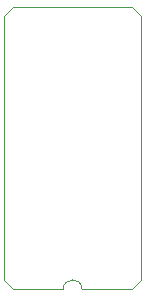
<source format=gm1>
%TF.GenerationSoftware,KiCad,Pcbnew,(5.1.7)-1*%
%TF.CreationDate,2022-11-29T10:47:03+01:00*%
%TF.ProjectId,M190B,4d313930-422e-46b6-9963-61645f706362,rev?*%
%TF.SameCoordinates,Original*%
%TF.FileFunction,Profile,NP*%
%FSLAX46Y46*%
G04 Gerber Fmt 4.6, Leading zero omitted, Abs format (unit mm)*
G04 Created by KiCad (PCBNEW (5.1.7)-1) date 2022-11-29 10:47:03*
%MOMM*%
%LPD*%
G01*
G04 APERTURE LIST*
%TA.AperFunction,Profile*%
%ADD10C,0.100000*%
%TD*%
G04 APERTURE END LIST*
D10*
X113010000Y-136400000D02*
X108750000Y-136400000D01*
X113760000Y-113250000D02*
X113010000Y-112500000D01*
X102890000Y-136400000D02*
X102140000Y-135650000D01*
X113010000Y-136400000D02*
X113760000Y-135650000D01*
X102890000Y-112500000D02*
X102140000Y-113250000D01*
X107150000Y-136400000D02*
G75*
G02*
X108750000Y-136400000I800000J0D01*
G01*
X102890000Y-112500000D02*
X113010000Y-112500000D01*
X113760000Y-113250000D02*
X113760000Y-135650000D01*
X102140000Y-135650000D02*
X102140000Y-113250000D01*
X107150000Y-136400000D02*
X102890000Y-136400000D01*
M02*

</source>
